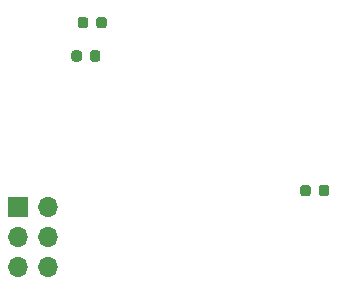
<source format=gbr>
%TF.GenerationSoftware,KiCad,Pcbnew,(5.99.0-3097-g8601b1e63)*%
%TF.CreationDate,2020-09-03T20:39:07+02:00*%
%TF.ProjectId,FD3,4644332e-6b69-4636-9164-5f7063625858,rev?*%
%TF.SameCoordinates,Original*%
%TF.FileFunction,Soldermask,Bot*%
%TF.FilePolarity,Negative*%
%FSLAX46Y46*%
G04 Gerber Fmt 4.6, Leading zero omitted, Abs format (unit mm)*
G04 Created by KiCad (PCBNEW (5.99.0-3097-g8601b1e63)) date 2020-09-03 20:39:07*
%MOMM*%
%LPD*%
G01*
G04 APERTURE LIST*
%ADD10R,1.700000X1.700000*%
%ADD11O,1.700000X1.700000*%
G04 APERTURE END LIST*
D10*
%TO.C,J33*%
X172712500Y-74100000D03*
D11*
X175252500Y-74100000D03*
X172712500Y-76640000D03*
X175252500Y-76640000D03*
X172712500Y-79180000D03*
X175252500Y-79180000D03*
%TD*%
%TO.C,C73*%
G36*
G01*
X177747500Y-58736250D02*
X177747500Y-58223750D01*
G75*
G02*
X177966250Y-58005000I218750J0D01*
G01*
X178403750Y-58005000D01*
G75*
G02*
X178622500Y-58223750I0J-218750D01*
G01*
X178622500Y-58736250D01*
G75*
G02*
X178403750Y-58955000I-218750J0D01*
G01*
X177966250Y-58955000D01*
G75*
G02*
X177747500Y-58736250I0J218750D01*
G01*
G37*
G36*
G01*
X179322500Y-58736250D02*
X179322500Y-58223750D01*
G75*
G02*
X179541250Y-58005000I218750J0D01*
G01*
X179978750Y-58005000D01*
G75*
G02*
X180197500Y-58223750I0J-218750D01*
G01*
X180197500Y-58736250D01*
G75*
G02*
X179978750Y-58955000I-218750J0D01*
G01*
X179541250Y-58955000D01*
G75*
G02*
X179322500Y-58736250I0J218750D01*
G01*
G37*
%TD*%
%TO.C,C74*%
G36*
G01*
X179655000Y-61043750D02*
X179655000Y-61556250D01*
G75*
G02*
X179436250Y-61775000I-218750J0D01*
G01*
X178998750Y-61775000D01*
G75*
G02*
X178780000Y-61556250I0J218750D01*
G01*
X178780000Y-61043750D01*
G75*
G02*
X178998750Y-60825000I218750J0D01*
G01*
X179436250Y-60825000D01*
G75*
G02*
X179655000Y-61043750I0J-218750D01*
G01*
G37*
G36*
G01*
X178080000Y-61043750D02*
X178080000Y-61556250D01*
G75*
G02*
X177861250Y-61775000I-218750J0D01*
G01*
X177423750Y-61775000D01*
G75*
G02*
X177205000Y-61556250I0J218750D01*
G01*
X177205000Y-61043750D01*
G75*
G02*
X177423750Y-60825000I218750J0D01*
G01*
X177861250Y-60825000D01*
G75*
G02*
X178080000Y-61043750I0J-218750D01*
G01*
G37*
%TD*%
%TO.C,R88*%
G36*
G01*
X199037500Y-72443750D02*
X199037500Y-72956250D01*
G75*
G02*
X198818750Y-73175000I-218750J0D01*
G01*
X198381250Y-73175000D01*
G75*
G02*
X198162500Y-72956250I0J218750D01*
G01*
X198162500Y-72443750D01*
G75*
G02*
X198381250Y-72225000I218750J0D01*
G01*
X198818750Y-72225000D01*
G75*
G02*
X199037500Y-72443750I0J-218750D01*
G01*
G37*
G36*
G01*
X197462500Y-72443750D02*
X197462500Y-72956250D01*
G75*
G02*
X197243750Y-73175000I-218750J0D01*
G01*
X196806250Y-73175000D01*
G75*
G02*
X196587500Y-72956250I0J218750D01*
G01*
X196587500Y-72443750D01*
G75*
G02*
X196806250Y-72225000I218750J0D01*
G01*
X197243750Y-72225000D01*
G75*
G02*
X197462500Y-72443750I0J-218750D01*
G01*
G37*
%TD*%
M02*

</source>
